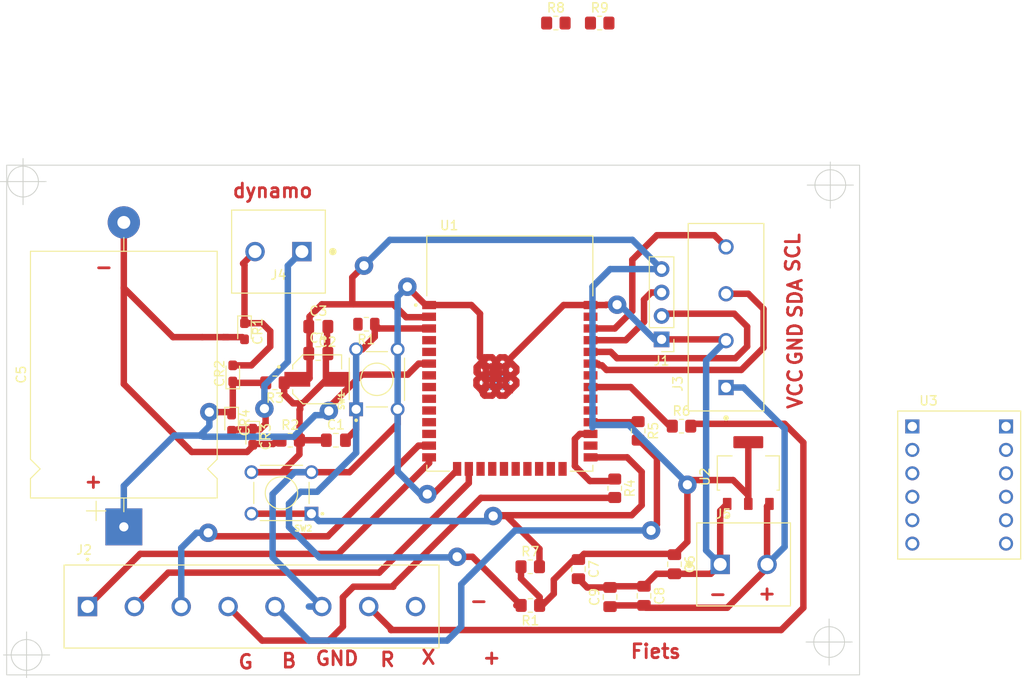
<source format=kicad_pcb>
(kicad_pcb (version 20211014) (generator pcbnew)
  (layers (0 "F.Cu" signal) (31 "B.Cu" signal) (34 "B.Paste" user) (35 "F.Paste" user) (36 "B.SilkS" user "B.Silkscreen") (37 "F.SilkS" user "F.Silkscreen") (38 "B.Mask" user) (39 "F.Mask" user) (44 "Edge.Cuts" user))
  (net 0 "")
  (net 1 "GND")
  (net 2 "Net-(C1-Pad2)")
  (net 3 "Net-(C5-Pad1)")
  (net 4 "Net-(C5-Pad2)")
  (net 5 "Net-(CR1-Pad1)")
  (net 6 "Net-(CR3-Pad1)")
  (net 7 "Net-(J1-Pad2)")
  (net 8 "Net-(J1-Pad3)")
  (net 9 "Net-(J2-Pad1)")
  (net 10 "Net-(J2-Pad2)")
  (net 11 "Net-(J2-Pad3)")
  (net 12 "Net-(J2-Pad4)")
  (net 13 "Net-(J2-Pad5)")
  (net 14 "Net-(J2-Pad7)")
  (net 16 "Net-(J3-Pad3)")
  (net 17 "Net-(J3-Pad4)")
  (net 18 "Net-(R1-Pad2)")
  (net 40 "+3V3")
  (net 41 "Net-(R7-Pad2)")
  (net 42 "Net-(R4-Pad1)")
  (net 43 "Net-(R5-Pad1)")
  (net 44 "Net-(R6-Pad1)")
  (net 45 "Net-(C2-Pad1)")
  (net 46 "Net-(C8-Pad2)")
  (net 48 "Net-(U1-Pad36)")
  (net 49 "Net-(U1-Pad33)")
  (footprint "Diode_SMD:D_0603_1608Metric_Pad1.05x0.95mm_HandSolder" (layer "F.Cu") (at 146.177 45.43425 -90)
    (fp_text reference "CR1")
    (fp_text value "1N4148W-TP")
  )
  (footprint "282837-4:TE_282837-4" (layer "F.Cu") (at 198.374 51.53025 90)
    (fp_text reference "J3")
    (fp_text value "282837-4")
  )
  (footprint "Resistor_SMD:R_0805_2012Metric_Pad1.20x1.40mm_HandSolder" (layer "F.Cu") (at 179.929 12.024)
    (fp_text reference "R8")
    (fp_text value "10k")
  )
  (footprint "Resistor_SMD:R_0805_2012Metric" (layer "F.Cu") (at 159.385 44.67225 180)
    (fp_text reference "R1")
    (fp_text value "10k")
  )
  (footprint "libraries:SOT229P700X180-4N" (layer "F.Cu") (at 200.787 60.80125 90)
    (fp_text reference "U2")
    (fp_text value "AMS1117")
  )
  (footprint "Resistor_SMD:R_0805_2012Metric_Pad1.20x1.40mm_HandSolder" (layer "F.Cu") (at 193.548 55.72125)
    (fp_text reference "R6")
    (fp_text value "82")
  )
  (footprint "Capacitor_SMD:C_0805_2012Metric_Pad1.18x1.45mm_HandSolder" (layer "F.Cu") (at 185.801 74.24175 90)
    (fp_text reference "C9")
    (fp_text value "4.7u")
  )
  (footprint "libraries:CAP_EEE0JA101WR" (layer "F.Cu") (at 154.051 50.64125)
    (fp_text reference "C2")
    (fp_text value "220u")
  )
  (footprint "Capacitor_THT:CP_Axial_L26.5mm_D20.0mm_P33.00mm_Horizontal" (layer "F.Cu") (at 133.096 66.63525 90)
    (fp_text reference "C5")
    (fp_text value "1000µ")
  )
  (footprint "libraries:TE_282841-2" (layer "F.Cu") (at 149.86 36.79825 180)
    (fp_text reference "J4")
    (fp_text value "282841-2")
  )
  (footprint "Diode_SMD:D_0603_1608Metric_Pad1.05x0.95mm_HandSolder" (layer "F.Cu") (at 144.78 55.34025 -90)
    (fp_text reference "CR4")
    (fp_text value "1N4148W-TP")
  )
  (footprint "BOB-12009:CONV_BOB-12009" (layer "F.Cu") (at 223.647 62.103)
    (fp_text reference "U3")
    (fp_text value "BOB-12009")
  )
  (footprint "Capacitor_SMD:C_0805_2012Metric_Pad1.18x1.45mm_HandSolder" (layer "F.Cu") (at 154.178 44.92625)
    (fp_text reference "C3")
    (fp_text value "22u")
  )
  (footprint "libraries:TE_282841-2" (layer "F.Cu") (at 200.279 70.70725)
    (fp_text reference "J5")
    (fp_text value "282841-2")
  )
  (footprint "Capacitor_SMD:C_0805_2012Metric_Pad1.18x1.45mm_HandSolder" (layer "F.Cu") (at 156.083 57.24525)
    (fp_text reference "C1")
    (fp_text value "1u")
  )
  (footprint "Capacitor_SMD:C_0805_2012Metric_Pad1.18x1.45mm_HandSolder" (layer "F.Cu") (at 182.372 71.21525 -90)
    (fp_text reference "C7")
    (fp_text value "4.7u")
  )
  (footprint "Capacitor_SMD:C_0805_2012Metric_Pad1.18x1.45mm_HandSolder" (layer "F.Cu") (at 189.484 74.11475 -90)
    (fp_text reference "C8")
    (fp_text value "0.1u")
  )
  (footprint "Resistor_SMD:R_0805_2012Metric_Pad1.20x1.40mm_HandSolder" (layer "F.Cu") (at 177.165 75.15225 180)
    (fp_text reference "R1")
    (fp_text value "10k")
  )
  (footprint "Resistor_SMD:R_0805_2012Metric_Pad1.20x1.40mm_HandSolder" (layer "F.Cu") (at 177.149 70.96125)
    (fp_text reference "R7")
    (fp_text value "10k")
  )
  (footprint "Capacitor_SMD:C_0805_2012Metric_Pad1.18x1.45mm_HandSolder" (layer "F.Cu") (at 154.178 47.84725)
    (fp_text reference "C4")
    (fp_text value "0.1u")
  )
  (footprint "Resistor_SMD:R_0805_2012Metric_Pad1.20x1.40mm_HandSolder" (layer "F.Cu") (at 188.849 56.22925 -90)
    (fp_text reference "R5")
    (fp_text value "82")
  )
  (footprint "Resistor_SMD:R_0805_2012Metric_Pad1.20x1.40mm_HandSolder" (layer "F.Cu") (at 149.479 51.02225 180)
    (fp_text reference "R3")
    (fp_text value "120")
  )
  (footprint "Diode_SMD:D_0603_1608Metric_Pad1.05x0.95mm_HandSolder" (layer "F.Cu") (at 147.066 56.86425 -90)
    (fp_text reference "CR3")
    (fp_text value "1N4148W-TP")
  )
  (footprint "libraries:SW_1825910-6-4" (layer "F.Cu") (at 150.183 62.96025 180)
    (fp_text reference "SW2")
    (fp_text value "BOOT")
  )
  (footprint "libraries:XCVR_ESP32-WROOM-32E_(16MB)" (layer "F.Cu") (at 174.9375 47.85125)
    (fp_text reference "U1")
    (fp_text value "ESP32-WROOM-32E_(16MB)")
  )
  (footprint "Resistor_SMD:R_0805_2012Metric_Pad1.20x1.40mm_HandSolder" (layer "F.Cu") (at 186.309 62.45225 -90)
    (fp_text reference "R4")
    (fp_text value "82")
  )
  (footprint "Resistor_SMD:R_0805_2012Metric_Pad1.20x1.40mm_HandSolder" (layer "F.Cu") (at 151.13 57.24525)
    (fp_text reference "R2")
    (fp_text value "560")
  )
  (footprint "Diode_SMD:D_0603_1608Metric_Pad1.05x0.95mm_HandSolder" (layer "F.Cu") (at 144.907 50.00625 90)
    (fp_text reference "CR2")
    (fp_text value "1N4148W-TP")
  )
  (footprint "Capacitor_SMD:C_0805_2012Metric_Pad1.18x1.45mm_HandSolder" (layer "F.Cu") (at 192.786 70.68575 -90)
    (fp_text reference "C6")
    (fp_text value "0.1u")
  )
  (footprint "Resistor_SMD:R_0805_2012Metric_Pad1.20x1.40mm_HandSolder" (layer "F.Cu") (at 184.679 12.024)
    (fp_text reference "R9")
    (fp_text value "10k")
  )
  (footprint "libraries:TE_282841-8" (layer "F.Cu") (at 146.939 75.27075)
    (fp_text reference "J2")
    (fp_text value "R pinnen RGB strips")
  )
  (footprint "Connector_PinHeader_2.54mm:PinHeader_1x04_P2.54mm_Vertical" (layer "F.Cu") (at 191.389 46.31325 180)
    (fp_text reference "J1")
    (fp_text value "Conn_01x04_Female")
  )
  (footprint "libraries:SW_1825910-6-4" (layer "F.Cu") (at 160.528 50.64125 90)
    (fp_text reference "SW1")
    (fp_text value "ENABLE")
  )
  (gr_rect (start 120.396 27.432) (end 212.852 82.677) (layer "Edge.Cuts") (width 0.1) (fill none))
  (gr_text "VCC" (at 205.867 51.65725 90) (layer "F.Cu") (effects (font (size 1.5 1.5) (thickness 0.3))))
  (gr_text "dynamo" (at 149.225 30.19425) (layer "F.Cu") (effects (font (size 1.5 1.5) (thickness 0.3))))
  (gr_text "GND" (at 156.21 80.899) (layer "F.Cu") (effects (font (size 1.5 1.5) (thickness 0.3))))
  (gr_text "B" (at 151.003 81.153) (layer "F.Cu") (effects (font (size 1.5 1.5) (thickness 0.3))))
  (gr_text "-\n" (at 130.937 38.44925) (layer "F.Cu") (effects (font (size 1.5 1.5) (thickness 0.3)) (justify mirror)))
  (gr_text "GND" (at 205.867 46.83125 90) (layer "F.Cu") (effects (font (size 1.5 1.5) (thickness 0.3))))
  (gr_text "Fiets" (at 190.754 80.137) (layer "F.Cu") (effects (font (size 1.5 1.5) (thickness 0.3))))
  (gr_text "R" (at 161.671 81.026) (layer "F.Cu") (effects (font (size 1.5 1.5) (thickness 0.3))))
  (gr_text "SCL" (at 205.613 36.92525 90) (layer "F.Cu") (effects (font (size 1.5 1.5) (thickness 0.3))))
  (gr_text "+" (at 129.794 61.69025) (layer "F.Cu") (effects (font (size 1.5 1.5) (thickness 0.3)) (justify mirror)))
  (gr_text "+\n\n" (at 202.819 75.02525) (layer "F.Cu") (effects (font (size 1.5 1.5) (thickness 0.3))))
  (gr_text "G" (at 146.304 81.28) (layer "F.Cu") (effects (font (size 1.5 1.5) (thickness 0.3))))
  (gr_text "SDA" (at 205.867 41.87825 90) (layer "F.Cu") (effects (font (size 1.5 1.5) (thickness 0.3))))
  (gr_text "X" (at 166.116 80.772) (layer "F.Cu") (effects (font (size 1.5 1.5) (thickness 0.3)) (justify mirror)))
  (gr_text "-\n" (at 171.577 74.64425) (layer "F.Cu") (effects (font (size 1.5 1.5) (thickness 0.3))))
  (gr_text "-\n" (at 197.485 73.88225) (layer "F.Cu") (effects (font (size 1.5 1.5) (thickness 0.3))))
  (gr_text "+" (at 172.974 80.772) (layer "F.Cu") (effects (font (size 1.5 1.5) (thickness 0.3))))
  (target plus (at 209.677 29.591) (size 5) (width 0.1) (layer "Edge.Cuts"))
  (target plus (at 122.174 29.21) (size 5) (width 0.1) (layer "Edge.Cuts"))
  (target plus (at 122.555 80.518) (size 5) (width 0.1) (layer "Edge.Cuts"))
  (target plus (at 209.55 79.121) (size 5) (width 0.1) (layer "Edge.Cuts"))
  (segment (start 185.371 42.59125) (end 183.6875 42.59125) (width 0.7) (layer "F.Cu") (net 1))
  (segment (start 171.748241 48.91125) (end 171.337989 49.321502) (width 0.7) (layer "F.Cu") (net 1))
  (segment (start 153.228 50.51425) (end 153.228 43.84425) (width 0.7) (layer "F.Cu") (net 1))
  (segment (start 175.126759 50.31125) (end 174.8375 50.31125) (width 0.7) (layer "F.Cu") (net 1))
  (segment (start 172.12252 49.24425) (end 173.101 49.24425) (width 0.7) (layer "F.Cu") (net 1))
  (segment (start 198.237 46.31325) (end 198.374 46.45025) (width 0.7) (layer "F.Cu") (net 1))
  (segment (start 166.1875 42.59125) (end 170.766 42.59125) (width 0.7) (layer "F.Cu") (net 1))
  (segment (start 153.101 50.64125) (end 153.228 50.51425) (width 0.7) (layer "F.Cu") (net 1))
  (segment (start 185.928 73.07725) (end 185.801 73.20425) (width 0.7) (layer "F.Cu") (net 1))
  (segment (start 142.367 54.19725) (end 144.512 54.19725) (width 0.7) (layer "F.Cu") (net 1))
  (segment (start 189.484 73.07725) (end 185.928 73.07725) (width 0.7) (layer "F.Cu") (net 1))
  (segment (start 163.83 40.60825) (end 165.813 42.59125) (width 0.7) (layer "F.Cu") (net 1))
  (segment (start 174.8375 48.692702) (end 174.406537 48.261739) (width 0.7) (layer "F.Cu") (net 1))
  (segment (start 157.988 42.51325) (end 162.306 42.51325) (width 0.7) (layer "F.Cu") (net 1))
  (segment (start 152.146 53.94325) (end 152.2095 53.87975) (width 0.7) (layer "F.Cu") (net 1))
  (segment (start 173.736 50.53301) (end 173.736 51.51149) (width 0.7) (layer "F.Cu") (net 1))
  (segment (start 174.8375 51.71125) (end 174.8375 52.000509) (width 0.7) (layer "F.Cu") (net 1))
  (segment (start 176.149 72.229848) (end 178.165 74.245848) (width 0.7) (layer "F.Cu") (net 1))
  (segment (start 172.0375 52.24475) (end 172.0375 51.71125) (width 0.7) (layer "F.Cu") (net 1))
  (segment (start 172.339 49.13601) (end 172.339 50.11449) (width 0.7) (layer "F.Cu") (net 1))
  (segment (start 192.786 71.72325) (end 190.838 71.72325) (width 0.7) (layer "F.Cu") (net 1))
  (segment (start 173.101 49.26301) (end 173.101 50.24149) (width 0.7) (layer "F.Cu") (net 1))
  (segment (start 171.748241 50.31125) (end 172.0375 50.31125) (width 0.7) (layer "F.Cu") (net 1))
  (segment (start 163.866478 50.13325) (end 165.058478 48.94125) (width 0.7) (layer "F.Cu") (net 1))
  (segment (start 162.306 42.51325) (end 163.703 43.91025) (width 0.7) (layer "F.Cu") (net 1))
  (segment (start 145.048 51.02225) (end 144.907 50.88125) (width 0.7) (layer "F.Cu") (net 1))
  (segment (start 150.479 51.02225) (end 150.479 52.27625) (width 0.7) (layer "F.Cu") (net 1))
  (segment (start 158.877 50.13325) (end 163.866478 50.13325) (width 0.7) (layer "F.Cu") (net 1))
  (segment (start 144.907 54.33825) (end 144.78 54.46525) (width 0.7) (layer "F.Cu") (net 1))
  (segment (start 148.479 51.02225) (end 145.048 51.02225) (width 0.7) (layer "F.Cu") (net 1))
  (segment (start 186.80798 42.553377) (end 185.408873 42.553377) (width 0.7) (layer "F.Cu") (net 1))
  (segment (start 172.178511 48.261739) (end 172.0375 48.40275) (width 0.7) (layer "F.Cu") (net 1))
  (segment (start 192.786 69.64825) (end 192.702 69.56425) (width 0.7) (layer "F.Cu") (net 1))
  (segment (start 171.748241 50.31125) (end 171.323 50.736491) (width 0.7) (layer "F.Cu") (net 1))
  (segment (start 173.62776 50.64125) (end 174.60624 50.64125) (width 0.7) (layer "F.Cu") (net 1))
  (segment (start 173.4375 48.692702) (end 173.006537 48.261739) (width 0.7) (layer "F.Cu") (net 1))
  (segment (start 173.101 50.53301) (end 173.101 51.51149) (width 0.7) (layer "F.Cu") (net 1))
  (segment (start 182.372 70.17775) (end 181.8855 70.17775) (width 0.7) (layer "F.Cu") (net 1))
  (segment (start 163.703 43.91025) (end 166.1385 43.91025) (width 0.7) (layer "F.Cu") (net 1))
  (segment (start 171.337989 49.321502) (end 171.337989 49.900998) (width 0.7) (layer "F.Cu") (net 1))
  (segment (start 175.641 49.425491) (end 175.126759 48.91125) (width 0.7) (layer "F.Cu") (net 1))
  (segment (start 152.485 53.24475) (end 155.0885 50.64125) (width 0.7) (layer "F.Cu") (net 1))
  (segment (start 172.0375 48.91125) (end 171.889662 48.91125) (width 0.7) (layer "F.Cu") (net 1))
  (segment (start 173.736 49.13601) (end 173.736 50.11449) (width 0.7) (layer "F.Cu") (net 1))
  (segment (start 173.62776 49.24425) (end 174.60624 49.24425) (width 0.7) (layer "F.Cu") (net 1))
  (segment (start 155.128 47.84725) (end 155.128 44.92625) (width 0.7) (layer "F.Cu") (net 1))
  (segment (start 175.641 50.825491) (end 175.126759 50.31125) (width 0.7) (layer "F.Cu") (net 1))
  (segment (start 185.408873 42.553377) (end 185.371 42.59125) (width 0.7) (layer "F.Cu") (net 1))
  (segment (start 155.001 50.64125) (end 155.001 47.97425) (width 0.7) (layer "F.Cu") (net 1))
  (segment (start 183.3235 73.20425) (end 182.372 72.25275) (width 0.7) (layer "F.Cu") (net 1))
  (segment (start 152.2095 53.24475) (end 152.485 53.24475) (width 0.7) (layer "F.Cu") (net 1))
  (segment (start 190.838 71.72325) (end 189.484 73.07725) (width 0.7) (layer "F.Cu") (net 1))
  (segment (start 174.8375 51.71125) (end 175.126759 51.71125) (width 0.7) (layer "F.Cu") (net 1))
  (segment (start 174.406537 48.261739) (end 173.868463 48.261739) (width 0.7) (layer "F.Cu") (net 1))
  (segment (start 165.058478 48.94125) (end 166.1875 48.94125) (width 0.7) (layer "F.Cu") (net 1))
  (segment (start 173.006537 48.261739) (end 172.178511 48.261739) (width 0.7) (layer "F.Cu") (net 1))
  (segment (start 171.704 43.52925) (end 171.704 48.22825) (width 0.7) (layer "F.Cu") (net 1))
  (segment (start 197.739 70.70725) (end 196.723 71.72325) (width 0.7) (layer "F.Cu") (net 1))
  (segment (start 199.136 61.56325) (end 194.691 61.56325) (width 0.7) (layer "F.Cu") (net 1))
  (segment (start 173.027248 52.410761) (end 172.203511 52.410761) (width 0.7) (layer "F.Cu") (net 1))
  (segment (start 173.4375 51.71125) (end 173.4375 52.000509) (width 0.7) (layer "F.Cu") (net 1))
  (segment (start 155.001 47.97425) (end 155.128 47.84725) (width 0.7) (layer "F.Cu") (net 1))
  (segment (start 174.498 50.53301) (end 174.498 51.51149) (width 0.7) (layer "F.Cu") (net 1))
  (segment (start 172.23076 51.40325) (end 173.20924 51.40325) (width 0.7) (layer "F.Cu") (net 1))
  (segment (start 162.778 55.48425) (end 162.778 53.89125) (width 0.7) (layer "F.Cu") (net 1))
  (segment (start 175.641 49.797009) (end 175.641 49.425491) (width 0.7) (layer "F.Cu") (net 1))
  (segment (start 171.437989 49.859577) (end 171.889662 50.31125) (width 0.7) (layer "F.Cu") (net 1))
  (segment (start 175.126759 51.71125) (end 175.641 51.197009) (width 0.7) (layer "F.Cu") (net 1))
  (segment (start 172.23076 50.64125) (end 173.20924 50.64125) (width 0.7) (layer "F.Cu") (net 1))
  (segment (start 157.552 60.71025) (end 162.778 55.48425) (width 0.7) (layer "F.Cu") (net 1))
  (segment (start 144.907 50.88125) (end 144.907 54.33825) (width 0.7) (layer "F.Cu") (net 1))
  (segment (start 166.624 63.08725) (end 169.2225 60.48875) (width 0.7) (layer "F.Cu") (net 1))
  (segment (start 179.705 72.35825) (end 179.705 73.88225) (width 0.7) (layer "F.Cu") (net 1))
  (segment (start 172.0375 48.40275) (end 172.0375 48.91125) (width 0.7) (layer "F.Cu") (net 1))
  (segment (start 150.205 60.71025) (end 147.61 60.71025) (width 0.7) (layer "F.Cu") (net 1))
  (segment (start 194.183 68.25125) (end 192.786 69.64825) (width 0.7) (layer "F.Cu") (net 1))
  (segment (start 153.228 43.84425) (end 154.559 42.51325) (width 0.7) (layer "F.Cu") (net 1))
  (segment (start 169.2225 60.48875) (end 169.2225 60.35125) (width 0.7) (layer "F.Cu") (net 1))
  (segment (start 180.77 42.59125) (end 174.879 48.48225) (width 0.7) (layer "F.Cu") (net 1))
  (segment (start 165.813 42.59125) (end 166.1875 42.59125) (width 0.7) (layer "F.Cu") (net 1))
  (segment (start 176.149 70.96125) (end 176.149 72.229848) (width 0.7) (layer "F.Cu") (net 1))
  (segment (start 166.1385 43.91025) (end 166.1875 43.86125) (width 0.7) (layer "F.Cu") (net 1))
  (segment (start 171.748241 51.71125) (end 172.0375 51.71125) (width 0.7) (layer "F.Cu") (net 1))
  (segment (start 153.433 60.71025) (end 157.552 60.71025) (width 0.7) (layer "F.Cu") (net 1))
  (segment (start 171.437989 49.292213) (end 172.468463 48.261739) (width 0.7) (layer "F.Cu") (net 1))
  (segment (start 173.868463 48.261739) (end 173.482 48.648202) (width 0.7) (layer "F.Cu") (net 1))
  (segment (start 174.498 49.13601) (end 174.498 50.11449) (width 0.7) (layer "F.Cu") (net 1))
  (segment (start 173.4375 52.000509) (end 173.027248 52.410761) (width 0.7) (layer "F.Cu") (net 1))
  (segment (start 175.126759 50.31125) (end 175.641 49.797009) (width 0.7) (layer "F.Cu") (net 1))
  (segment (start 157.861 39.59225) (end 157.861 42.38625) (width 0.7) (layer "F.Cu") (net 1))
  (segment (start 151.4475 53.24475) (end 152.2095 53.24475) (width 0.7) (layer "F.Cu") (net 1))
  (segment (start 173.482 48.648202) (end 173.482 48.911739) (width 0.7) (layer "F.Cu") (net 1))
  (segment (start 154.559 42.51325) (end 157.988 42.51325) (width 0.7) (layer "F.Cu") (net 1))
  (segment (start 191.389 46.31325) (end 198.237 46.31325) (width 0.7) (layer "F.Cu") (net 1))
  (segment (start 171.323 50.736491) (end 171.323 51.286009) (width 0.7) (layer "F.Cu") (net 1))
  (segment (start 152.13 57.24525) (end 152.13 58.78525) (width 0.7) (layer "F.Cu") (net 1))
  (segment (start 171.889662 50.31125) (end 172.0375 50.31125) (width 0.7) (layer "F.Cu") (net 1))
  (segment (start 173.62776 51.40325) (end 174.60624 51.40325) (width 0.7) (layer "F.Cu") (net 1))
  (segment (start 196.723 71.72325) (end 192.786 71.72325) (width 0.7) (layer "F.Cu") (net 1))
  (segment (start 171.704 48.22825) (end 171.958 48.48225) (width 0.7) (layer "F.Cu") (net 1))
  (segment (start 152.146 57.22925) (end 152.146 53.94325) (width 0.7) (layer "F.Cu") (net 1))
  (segment (start 194.183 62.07125) (end 194.183 68.25125) (width 0.7) (layer "F.Cu") (net 1))
  (segment (start 152.13 57.24525) (end 152.146 57.22925) (width 0.7) (layer "F.Cu") (net 1))
  (segment (start 178.435 75.15225) (end 178.165 75.15225) (width 0.7) (layer "F.Cu") (net 1))
  (segment (start 171.889662 48.91125) (end 171.437989 49.362923) (width 0.7) (layer "F.Cu") (net 1))
  (segment (start 171.437989 49.859577) (end 171.437989 49.292213) (width 0.7) (layer "F.Cu") (net 1))
  (segment (start 174.427248 52.410761) (end 173.847752 52.410761) (width 0.7) (layer "F.Cu") (net 1))
  (segment (start 153.433 60.71025) (end 147.61 60.71025) (width 0.7) (layer "F.Cu") (net 1))
  (segment (start 165.989 63.08725) (end 166.624 63.08725) (width 0.7) (layer "F.Cu") (net 1))
  (segment (start 185.801 73.20425) (end 183.3235 73.20425) (width 0.7) (layer "F.Cu") (net 1))
  (segment (start 173.62776 50.00625) (end 174.60624 50.00625) (width 0.7) (layer "F.Cu") (net 1))
  (segment (start 171.437989 49.362923) (end 171.437989 49.859577) (width 0.7) (layer "F.Cu") (net 1))
  (segment (start 157.861 42.38625) (end 157.988 42.51325) (width 0.7) (layer "F.Cu") (net 1))
  (segment (start 198.497 64.14625) (end 197.739 64.90425) (width 0.7) (layer "F.Cu") (net 1))
  (segment (start 151.7885 57.080152) (end 151.7885 56.99125) (width 0.7) (layer "F.Cu") (net 1))
  (segment (start 152.2095 53.87975) (end 152.2095 53.24475) (width 0.7) (layer "F.Cu") (net 1))
  (segment (start 152.13 58.78525) (end 150.205 60.71025) (width 0.7) (layer "F.Cu") (net 1))
  (segment (start 174.8375 48.91125) (end 174.8375 48.692702) (width 0.7) (layer "F.Cu") (net 1))
  (segment (start 171.323 51.286009) (end 171.748241 51.71125) (width 0.7) (layer "F.Cu") (net 1))
  (segment (start 181.8855 70.17775) (end 179.705 72.35825) (width 0.7) (layer "F.Cu") (net 1))
  (segment (start 174.8375 52.000509) (end 174.427248 52.410761) (width 0.7) (layer "F.Cu") (net 1))
  (segment (start 175.641 51.197009) (end 175.641 50.825491) (width 0.7) (layer "F.Cu") (net 1))
  (segment (start 200.787 64.14625) (end 200.787 63.21425) (width 0.7) (layer "F.Cu") (net 1))
  (segment (start 152.13 57.24525) (end 155.0455 57.24525) (width 0.7) (layer "F.Cu") (net 1))
  (segment (start 194.691 61.56325) (end 194.183 62.07125) (width 0.7) (layer "F.Cu") (net 1))
  (segment (start 182.9855 69.56425) (end 182.372 70.17775) (width 0.7) (layer "F.Cu") (net 1))
  (segment (start 170.766 42.59125) (end 171.704 43.52925) (width 0.7) (layer "F.Cu") (net 1))
  (segment (start 200.787 63.21425) (end 199.136 61.56325) (width 0.7) (layer "F.Cu") (net 1))
  (segment (start 178.165 74.245848) (end 178.165 75.15225) (width 0.7) (layer "F.Cu") (net 1))
  (segment (start 171.337989 49.900998) (end 171.748241 50.31125) (width 0.7) (layer "F.Cu") (net 1))
  (segment (start 151.4475 53.24475) (end 150.479 52.27625) (width 0.7) (layer "F.Cu") (net 1))
  (segment (start 159.131 38.32225) (end 157.861 39.59225) (width 0.7) (layer "F.Cu") (net 1))
  (segment (start 172.23076 50.00625) (end 173.20924 50.00625) (width 0.7) (layer "F.Cu") (net 1))
  (segment (start 183.6875 42.59125) (end 180.77 42.59125) (width 0.7) (layer "F.Cu") (net 1))
  (segment (start 175.126759 48.91125) (end 174.8375 48.91125) (width 0.7) (layer "F.Cu") (net 1))
  (segment (start 173.847752 52.410761) (end 173.4375 52.000509) (width 0.7) (layer "F.Cu") (net 1))
  (segment (start 144.512 54.19725) (end 144.78 54.46525) (width 0.7) (layer "F.Cu") (net 1))
  (segment (start 179.705 73.88225) (end 178.435 75.15225) (width 0.7) (layer "F.Cu") (net 1))
  (segment (start 172.339 50.66001) (end 172.339 51.63849) (width 0.7) (layer "F.Cu") (net 1))
  (segment (start 197.739 64.90425) (end 197.739 70.70725) (width 0.7) (layer "F.Cu") (net 1))
  (segment (start 172.468463 48.261739) (end 173.006537 48.261739) (width 0.7) (layer "F.Cu") (net 1))
  (segment (start 172.0375 48.91125) (end 171.748241 48.91125) (width 0.7) (layer "F.Cu") (net 1))
  (segment (start 192.702 69.56425) (end 182.9855 69.56425) (width 0.7) (layer "F.Cu") (net 1))
  (segment (start 200.787 57.45625) (end 200.787 64.14625) (width 0.7) (layer "F.Cu") (net 1))
  (segment (start 154.94 54.07025) (end 158.877 50.13325) (width 0.7) (layer "F.Cu") (net 1))
  (segment (start 172.203511 52.410761) (end 172.0375 52.24475) (width 0.7) (layer "F.Cu") (net 1))
  (segment (start 147.61 60.71025) (end 146.933 60.71025) (width 0.7) (layer "F.Cu") (net 1))
  (via (at 159.131 38.32225) (size 2) (drill 1) (layers "F.Cu" "B.Cu") (net 1))
  (via (at 163.83 40.60825) (size 2) (drill 1) (layers "F.Cu" "B.Cu") (net 1))
  (via (at 142.367 54.19725) (size 2) (drill 1) (layers "F.Cu" "B.Cu") (net 1))
  (via (at 165.989 63.08725) (size 2) (drill 1) (layers "F.Cu" "B.Cu") (net 1))
  (via (at 186.563 42.553377) (size 2) (drill 1) (layers "F.Cu" "B.Cu") (net 1))
  (via (at 194.183 62.07125) (size 2) (drill 1) (layers "F.Cu" "B.Cu") (net 1))
  (via (at 155.321 54.07025) (size 2) (drill 1) (layers "F.Cu" "B.Cu") (net 1))
  (segment (start 141.605 56.73725) (end 141.351 56.73725) (width 0.7) (layer "B.Cu") (net 1))
  (segment (start 194.183 61.94425) (end 194.183 62.07125) (width 0.7) (layer "B.Cu") (net 1))
  (segment (start 149.225 63.08725) (end 149.225 69.93675) (width 0.7) (layer "B.Cu") (net 1))
  (segment (start 153.8485 54.52675) (end 151.511 56.86425) (width 0.7) (layer "B.Cu") (net 1))
  (segment (start 196.215 69.18325) (end 197.739 70.70725) (width 0.7) (layer "B.Cu") (net 1))
  (segment (start 185.811 38.69325) (end 183.896 40.60825) (width 0.7) (layer "B.Cu") (net 1))
  (segment (start 183.896 40.60825) (end 183.896 51.65725) (width 0.7) (layer "B.Cu") (net 1))
  (segment (start 183.896 55.59425) (end 183.896 51.65725) (width 0.7) (layer "B.Cu") (net 1))
  (segment (start 154.94 54.52675) (end 153.8485 54.52675) (width 0.7) (layer "B.Cu") (net 1))
  (segment (start 165.989 63.08725) (end 165.227 63.08725) (width 0.7) (layer "B.Cu") (net 1))
  (segment (start 198.374 46.45025) (end 196.215 48.60925) (width 0.7) (layer "B.Cu") (net 1))
  (segment (start 149.225 69.93675) (end 154.559 75.27075) (width 0.7) (layer "B.Cu") (net 1))
  (segment (start 138.557 56.73725) (end 133.096 62.19825) (width 0.7) (layer "B.Cu") (net 1))
  (segment (start 183.896 51.65725) (end 183.769 51.53025) (width 0.7) (layer "B.Cu") (net 1))
  (segment (start 154.781511 75.048239) (end 154.559 75.27075) (width 0.7) (layer "B.Cu") (net 1))
  (segment (start 162.778 47.39125) (end 162.778 53.89125) (width 0.7) (layer "B.Cu") (net 1))
  (segment (start 165.227 63.08725) (end 162.778 60.63825) (width 0.7) (layer "B.Cu") (net 1))
  (segment (start 190.617 46.31325) (end 191.389 46.31325) (width 0.7) (layer "B.Cu") (net 1))
  (segment (start 133.096 62.19825) (end 133.096 66.63525) (width 0.7) (layer "B.Cu") (net 1))
  (segment (start 191.389 38.69325) (end 185.811 38.69325) (width 0.7) (layer "B.Cu") (net 1))
  (segment (start 151.511 56.86425) (end 141.732 56.86425) (width 0.7) (layer "B.Cu") (net 1))
  (segment (start 187.833 55.59425) (end 193.929 61.69025) (width 0.7) (layer "B.Cu") (net 1))
  (segment (start 196.215 48.60925) (end 196.215 69.18325) (width 0.7) (layer "B.Cu") (net 1))
  (segment (start 141.732 56.86425) (end 141.605 56.73725) (width 0.7) (layer "B.Cu") (net 1))
  (segment (start 153.433 60.71025) (end 151.602 60.71025) (width 0.7) (layer "B.Cu") (net 1))
  (segment (start 142.367 55.72125) (end 141.351 56.73725) (width 0.7) (layer "B.Cu") (net 1))
  (segment (start 183.896 55.84825) (end 183.896 55.59425) (width 0.7) (layer "B.Cu") (net 1))
  (segment (start 154.559 75.27075) (end 153.1535 75.27075) (width 0.7) (layer "B.Cu") (net 1))
  (segment (start 186.857127 42.553377) (end 190.617 46.31325) (width 0.7) (layer "B.Cu") (net 1))
  (segment (start 188.224 35.52825) (end 161.925 35.52825) (width 0.7) (layer "B.Cu") (net 1))
  (segment (start 159.131 38.32225) (end 159.258 38.44925) (width 0.7) (layer "B.Cu") (net 1))
  (segment (start 151.602 60.71025) (end 149.225 63.08725) (width 0.7) (layer "B.Cu") (net 1))
  (segment (start 186.80798 42.553377) (end 186.857127 42.553377) (width 0.7) (layer "B.Cu") (net 1))
  (segment (start 141.605 56.73725) (end 138.557 56.73725) (width 0.7) (layer "B.Cu") (net 1))
  (segment (start 159.512 37.94125) (end 159.131 38.32225) (width 0.7) (layer "B.Cu") (net 1))
  (segment (start 183.896 55.59425) (end 187.833 55.59425) (width 0.7) (layer "B.Cu") (net 1))
  (segment (start 193.929 61.69025) (end 194.183 61.94425) (width 0.7) (layer "B.Cu") (net 1))
  (segment (start 162.778 60.63825) (end 162.778 53.89125) (width 0.7) (layer "B.Cu") (net 1))
  (segment (start 162.778 41.66025) (end 162.778 47.39125) (width 0.7) (layer "B.Cu") (net 1))
  (segment (start 163.83 40.60825) (end 162.778 41.66025) (width 0.7) (layer "B.Cu") (net 1))
  (segment (start 191.389 38.69325) (end 188.224 35.52825) (width 0.7) (layer "B.Cu") (net 1))
  (segment (start 161.925 35.52825) (end 159.131 38.32225) (width 0.7) (layer "B.Cu") (net 1))
  (segment (start 142.367 54.19725) (end 142.367 55.72125) (width 0.7) (layer "B.Cu") (net 1))
  (segment (start 160.2975 44.67225) (end 160.7565 45.13125) (width 0.7) (layer "F.Cu") (net 2))
  (segment (start 160.7565 45.13125) (end 166.1875 45.13125) (width 0.7) (layer "F.Cu") (net 2))
  (segment (start 158.278 54.60325) (end 158.278 53.89125) (width 0.7) (layer "F.Cu") (net 2))
  (segment (start 158.278 53.89125) (end 158.278 56.08775) (width 0.7) (layer "F.Cu") (net 2))
  (segment (start 175.641 75.15225) (end 176.165 75.15225) (width 0.7) (layer "F.Cu") (net 2))
  (segment (start 160.2975 44.67225) (end 160.2975 46.04575) (width 0.7) (layer "F.Cu") (net 2))
  (segment (start 176.165 75.15225) (end 170.8945 69.88175) (width 0.7) (layer "F.Cu") (net 2))
  (segment (start 170.8945 69.88175) (end 169.2275 69.88175) (width 0.7) (layer "F.Cu") (net 2))
  (segment (start 160.2975 46.04575) (end 158.952 47.39125) (width 0.7) (layer "F.Cu") (net 2))
  (segment (start 158.952 47.39125) (end 158.278 47.39125) (width 0.7) (layer "F.Cu") (net 2))
  (segment (start 158.4725 47.19675) (end 158.278 47.39125) (width 0.7) (layer "F.Cu") (net 2))
  (segment (start 158.278 56.08775) (end 157.1205 57.24525) (width 0.7) (layer "F.Cu") (net 2))
  (via (at 169.2275 69.88175) (size 2) (drill 1) (layers "F.Cu" "B.Cu") (net 2))
  (segment (start 154.051 62.83325) (end 158.278 58.60625) (width 0.7) (layer "B.Cu") (net 2))
  (segment (start 151.003 66.64325) (end 151.003 64.10325) (width 0.7) (layer "B.Cu") (net 2))
  (segment (start 151.003 64.10325) (end 152.273 62.83325) (width 0.7) (layer "B.Cu") (net 2))
  (segment (start 158.278 47.39125) (end 158.278 53.89125) (width 0.7) (layer "B.Cu") (net 2))
  (segment (start 154.305 69.94525) (end 151.003 66.64325) (width 0.7) (layer "B.Cu") (net 2))
  (segment (start 152.273 62.83325) (end 154.051 62.83325) (width 0.7) (layer "B.Cu") (net 2))
  (segment (start 169.291 69.81825) (end 169.2275 69.88175) (width 0.7) (layer "B.Cu") (net 2))
  (segment (start 169.164 69.94525) (end 154.305 69.94525) (width 0.7) (layer "B.Cu") (net 2))
  (segment (start 169.2275 69.88175) (end 169.164 69.94525) (width 0.7) (layer "B.Cu") (net 2))
  (segment (start 158.278 58.60625) (end 158.278 53.89125) (width 0.7) (layer "B.Cu") (net 2))
  (segment (start 144.399 46.06925) (end 143.891 46.06925) (width 0.7) (layer "F.Cu") (net 4))
  (segment (start 143.891 46.06925) (end 141.605 46.06925) (width 0.7) (layer "F.Cu") (net 4))
  (segment (start 140.462 58.51525) (end 140.081 58.13425) (width 0.7) (layer "F.Cu") (net 4))
  (segment (start 133.096 51.14925) (end 140.081 58.13425) (width 0.7) (layer "F.Cu") (net 4))
  (segment (start 143.891 46.06925) (end 145.937 46.06925) (width 0.7) (layer "F.Cu") (net 4))
  (segment (start 140.081 58.13425) (end 137.922 55.97525) (width 0.7) (layer "F.Cu") (net 4))
  (segment (start 138.43 46.06925) (end 133.096 40.73525) (width 0.7) (layer "F.Cu") (net 4))
  (segment (start 133.096 40.73525) (end 133.096 33.63525) (width 0.7) (layer "F.Cu") (net 4))
  (segment (start 146.4565 58.51525) (end 140.462 58.51525) (width 0.7) (layer "F.Cu") (net 4))
  (segment (start 145.937 46.06925) (end 146.177 46.30925) (width 0.7) (layer "F.Cu") (net 4))
  (segment (start 149.9635 56.99125) (end 149.303 57.65175) (width 0.7) (layer "F.Cu") (net 4))
  (segment (start 147.32 57.65175) (end 146.4565 58.51525) (width 0.7) (layer "F.Cu") (net 4))
  (segment (start 141.605 46.06925) (end 138.43 46.06925) (width 0.7) (layer "F.Cu") (net 4))
  (segment (start 149.303 57.65175) (end 147.32 57.65175) (width 0.7) (layer "F.Cu") (net 4))
  (segment (start 133.096 40.73525) (end 133.096 51.14925) (width 0.7) (layer "F.Cu") (net 4))
  (segment (start 148.971 45.43425) (end 148.096 44.55925) (width 0.7) (layer "F.Cu") (net 5))
  (segment (start 146.925 49.13125) (end 148.971 47.08525) (width 0.7) (layer "F.Cu") (net 5))
  (segment (start 146.177 38.24625) (end 146.0245 38.09375) (width 0.7) (layer "F.Cu") (net 5))
  (segment (start 148.971 47.08525) (end 148.971 45.43425) (width 0.7) (layer "F.Cu") (net 5))
  (segment (start 148.096 44.55925) (end 146.177 44.55925) (width 0.7) (layer "F.Cu") (net 5))
  (segment (start 144.907 49.13125) (end 146.925 49.13125) (width 0.7) (layer "F.Cu") (net 5))
  (segment (start 146.0245 38.09375) (end 147.32 36.79825) (width 0.7) (layer "F.Cu") (net 5))
  (segment (start 146.177 44.55925) (end 146.177 38.24625) (width 0.7) (layer "F.Cu") (net 5))
  (segment (start 147.8535 56.07675) (end 147.32 56.07675) (width 0.7) (layer "F.Cu") (net 6))
  (segment (start 148.336 53.81625) (end 148.463 53.94325) (width 0.7) (layer "F.Cu") (net 6))
  (segment (start 145.446708 56.07675) (end 145.395708 56.12775) (width 0.7) (layer "F.Cu") (net 6))
  (segment (start 147.32 56.07675) (end 145.446708 56.07675) (width 0.7) (layer "F.Cu") (net 6))
  (segment (start 148.463 55.46725) (end 147.8535 56.07675) (width 0.7) (layer "F.Cu") (net 6))
  (segment (start 145.395708 56.12775) (end 144.78 56.12775) (width 0.7) (layer "F.Cu") (net 6))
  (segment (start 148.463 53.94325) (end 148.463 55.46725) (width 0.7) (layer "F.Cu") (net 6))
  (via (at 148.336 53.81625) (size 2) (drill 1) (layers "F.Cu" "B.Cu") (net 6))
  (segment (start 148.336 51.27625) (end 150.876 48.73625) (width 0.7) (layer "B.Cu") (net 6))
  (segment (start 150.876 38.32225) (end 152.4 36.79825) (width 0.7) (layer "B.Cu") (net 6))
  (segment (start 148.336 53.81625) (end 148.336 51.27625) (width 0.7) (layer "B.Cu") (net 6))
  (segment (start 150.876 48.73625) (end 150.876 38.32225) (width 0.7) (layer "B.Cu") (net 6))
  (segment (start 183.6875 47.67125) (end 185.879 47.67125) (width 0.7) (layer "F.Cu") (net 7))
  (segment (start 199.39 48.35525) (end 200.66 47.08525) (width 0.7) (layer "F.Cu") (net 7))
  (segment (start 199.263 43.52925) (end 191.633 43.52925) (width 0.7) (layer "F.Cu") (net 7))
  (segment (start 191.633 43.52925) (end 191.389 43.77325) (width 0.7) (layer "F.Cu") (net 7))
  (segment (start 200.66 47.08525) (end 200.66 44.92625) (width 0.7) (layer "F.Cu") (net 7))
  (segment (start 200.66 44.92625) (end 199.263 43.52925) (width 0.7) (layer "F.Cu") (net 7))
  (segment (start 185.879 47.67125) (end 186.563 48.35525) (width 0.7) (layer "F.Cu") (net 7))
  (segment (start 186.563 48.35525) (end 199.39 48.35525) (width 0.7) (layer "F.Cu") (net 7))
  (segment (start 189.484 44.41825) (end 189.484 42.00525) (width 0.7) (layer "F.Cu") (net 8))
  (segment (start 189.484 44.41825) (end 187.501 46.40125) (width 0.7) (layer "F.Cu") (net 8))
  (segment (start 190.256 41.23325) (end 191.389 41.23325) (width 0.7) (layer "F.Cu") (net 8))
  (segment (start 191.389 41.23325) (end 191.272 41.11625) (width 0.7) (layer "F.Cu") (net 8))
  (segment (start 187.501 46.40125) (end 183.6875 46.40125) (width 0.7) (layer "F.Cu") (net 8))
  (segment (start 189.484 42.00525) (end 190.256 41.23325) (width 0.7) (layer "F.Cu") (net 8))
  (segment (start 166.1875 59.71375) (end 156.337 69.56425) (width 0.7) (layer "F.Cu") (net 9))
  (segment (start 156.337 69.56425) (end 134.8655 69.56425) (width 0.7) (layer "F.Cu") (net 9))
  (segment (start 134.8655 69.56425) (end 129.159 75.27075) (width 0.7) (layer "F.Cu") (net 9))
  (segment (start 166.1875 59.10125) (end 166.1875 59.71375) (width 0.7) (layer "F.Cu") (net 9))
  (segment (start 137.9135 71.59625) (end 160.782 71.59625) (width 0.7) (layer "F.Cu") (net 10))
  (segment (start 160.782 71.59625) (end 170.4925 61.88575) (width 0.7) (layer "F.Cu") (net 10))
  (segment (start 170.4925 61.88575) (end 170.4925 60.35125) (width 0.7) (layer "F.Cu") (net 10))
  (segment (start 134.239 75.27075) (end 137.9135 71.59625) (width 0.7) (layer "F.Cu") (net 10))
  (segment (start 155.2095 67.65925) (end 165.0375 57.83125) (width 0.7) (layer "F.Cu") (net 11))
  (segment (start 165.0375 57.83125) (end 166.1875 57.83125) (width 0.7) (layer "F.Cu") (net 11))
  (segment (start 142.24 67.27825) (end 142.621 67.65925) (width 0.7) (layer "F.Cu") (net 11))
  (segment (start 142.621 67.65925) (end 155.2095 67.65925) (width 0.7) (layer "F.Cu") (net 11))
  (via (at 142.24 67.27825) (size 2) (drill 1) (layers "F.Cu" "B.Cu") (net 11))
  (segment (start 142.24 67.27825) (end 140.97 67.27825) (width 0.7) (layer "B.Cu") (net 11))
  (segment (start 139.319 68.92925) (end 139.319 75.27075) (width 0.7) (layer "B.Cu") (net 11))
  (segment (start 140.97 67.27825) (end 139.319 68.92925) (width 0.7) (layer "B.Cu") (net 11))
  (segment (start 162.306 72.99325) (end 162.306 73.12025) (width 0.7) (layer "F.Cu") (net 12))
  (segment (start 156.845 77.43825) (end 155.321 78.96225) (width 0.7) (layer "F.Cu") (net 12))
  (segment (start 162.306 73.12025) (end 157.988 73.12025) (width 0.7) (layer "F.Cu") (net 12))
  (segment (start 186.182 63.49175) (end 171.8075 63.49175) (width 0.7) (layer "F.Cu") (net 12))
  (segment (start 155.321 78.96225) (end 148.0905 78.96225) (width 0.7) (layer "F.Cu") (net 12))
  (segment (start 186.309 63.36475) (end 186.182 63.49175) (width 0.7) (layer "F.Cu") (net 12))
  (segment (start 157.988 73.12025) (end 156.845 74.26325) (width 0.7) (layer "F.Cu") (net 12))
  (segment (start 148.0905 78.96225) (end 144.399 75.27075) (width 0.7) (layer "F.Cu") (net 12))
  (segment (start 171.8075 63.49175) (end 162.306 72.99325) (width 0.7) (layer "F.Cu") (net 12))
  (segment (start 156.845 74.26325) (end 156.845 77.43825) (width 0.7) (layer "F.Cu") (net 12))
  (segment (start 188.849 57.14175) (end 190.881 59.17375) (width 0.7) (layer "F.Cu") (net 13))
  (segment (start 190.881 66.38925) (end 190.246 67.02425) (width 0.7) (layer "F.Cu") (net 13))
  (segment (start 190.881 59.17375) (end 190.881 66.38925) (width 0.7) (layer "F.Cu") (net 13))
  (segment (start 190.246 67.02425) (end 190.246 67.27825) (width 0.7) (layer "F.Cu") (net 13))
  (via (at 190.246 67.02425) (size 2) (drill 1) (layers "F.Cu" "B.Cu") (net 13))
  (segment (start 175.514 67.02425) (end 170.4975 72.04075) (width 0.7) (layer "B.Cu") (net 13))
  (segment (start 169.672 72.86625) (end 169.672 77.43825) (width 0.7) (layer "B.Cu") (net 13))
  (segment (start 171.704 70.83425) (end 170.4975 72.04075) (width 0.7) (layer "B.Cu") (net 13))
  (segment (start 170.4975 72.04075) (end 169.672 72.86625) (width 0.7) (layer "B.Cu") (net 13))
  (segment (start 190.246 67.02425) (end 175.514 67.02425) (width 0.7) (layer "B.Cu") (net 13))
  (segment (start 169.672 77.43825) (end 168.148 78.96225) (width 0.7) (layer "B.Cu") (net 13))
  (segment (start 153.1705 78.96225) (end 149.479 75.27075) (width 0.7) (layer "B.Cu") (net 13))
  (segment (start 168.148 78.96225) (end 153.1705 78.96225) (width 0.7) (layer "B.Cu") (net 13))
  (segment (start 194.548 55.72125) (end 194.802 55.46725) (width 0.7) (layer "F.Cu") (net 14))
  (segment (start 204.724 55.46725) (end 206.756 57.49925) (width 0.7) (layer "F.Cu") (net 14))
  (segment (start 194.802 55.46725) (end 204.724 55.46725) (width 0.7) (layer "F.Cu") (net 14))
  (segment (start 204.343 77.81925) (end 162.052 77.81925) (width 0.7) (layer "F.Cu") (net 14))
  (segment (start 162.052 77.68375) (end 159.639 75.27075) (width 0.7) (layer "F.Cu") (net 14))
  (segment (start 206.756 75.40625) (end 204.343 77.81925) (width 0.7) (layer "F.Cu") (net 14))
  (segment (start 162.052 77.81925) (end 162.052 77.68375) (width 0.7) (layer "F.Cu") (net 14))
  (segment (start 206.756 57.49925) (end 206.756 75.40625) (width 0.7) (layer "F.Cu") (net 14))
  (segment (start 198.374 36.29025) (end 197.104 35.02025) (width 0.7) (layer "F.Cu") (net 17))
  (segment (start 197.104 35.02025) (end 190.881 35.02025) (width 0.7) (layer "F.Cu") (net 17))
  (segment (start 188.212511 37.688739) (end 188.212511 43.236628) (width 0.7) (layer "F.Cu") (net 17))
  (segment (start 186.317889 45.13125) (end 183.6875 45.13125) (width 0.7) (layer "F.Cu") (net 17))
  (segment (start 190.881 35.02025) (end 188.212511 37.688739) (width 0.7) (layer "F.Cu") (net 17))
  (segment (start 188.212511 43.236628) (end 186.317889 45.13125) (width 0.7) (layer "F.Cu") (net 17))
  (segment (start 173.228 65.37325) (end 173.137 65.46425) (width 0.7) (layer "F.Cu") (net 41))
  (segment (start 187.657 59.10125) (end 189.23 60.67425) (width 0.7) (layer "F.Cu") (net 41))
  (segment (start 189.23 64.29375) (end 188.1505 65.37325) (width 0.7) (layer "F.Cu") (net 41))
  (segment (start 146.933 65.21025) (end 153.433 65.21025) (width 0.7) (layer "F.Cu") (net 41))
  (segment (start 178.149 69.02425) (end 178.149 70.96125) (width 0.7) (layer "F.Cu") (net 41))
  (segment (start 174.589 65.46425) (end 178.149 69.02425) (width 0.7) (layer "F.Cu") (net 41))
  (segment (start 173.137 65.46425) (end 174.589 65.46425) (width 0.7) (layer "F.Cu") (net 41))
  (segment (start 188.1505 65.37325) (end 173.228 65.37325) (width 0.7) (layer "F.Cu") (net 41))
  (segment (start 189.23 60.67425) (end 189.23 64.29375) (width 0.7) (layer "F.Cu") (net 41))
  (segment (start 183.6875 59.10125) (end 187.657 59.10125) (width 0.7) (layer "F.Cu") (net 41))
  (via (at 173.137 65.46425) (size 2) (drill 1) (layers "F.Cu" "B.Cu") (net 41))
  (segment (start 172.593 66.00825) (end 173.137 65.46425) (width 0.7) (layer "B.Cu") (net 41))
  (segment (start 153.433 65.21025) (end 154.231 66.00825) (width 0.7) (layer "B.Cu") (net 41))
  (segment (start 154.231 66.00825) (end 172.593 66.00825) (width 0.7) (layer "B.Cu") (net 41))
  (segment (start 173.137 65.46425) (end 173.228 65.37325) (width 0.7) (layer "B.Cu") (net 41))
  (segment (start 181.991 60.03925) (end 183.6185 61.66675) (width 0.7) (layer "F.Cu") (net 42))
  (segment (start 181.991 57.10775) (end 181.991 60.03925) (width 0.7) (layer "F.Cu") (net 42))
  (segment (start 186.182 61.66675) (end 186.309 61.53975) (width 0.7) (layer "F.Cu") (net 42))
  (segment (start 182.5375 56.56125) (end 181.991 57.10775) (width 0.7) (layer "F.Cu") (net 42))
  (segment (start 183.6185 61.66675) (end 186.182 61.66675) (width 0.7) (layer "F.Cu") (net 42))
  (segment (start 183.6875 56.56125) (end 182.5375 56.56125) (width 0.7) (layer "F.Cu") (net 42))
  (segment (start 188.849 55.31675) (end 188.8235 55.29125) (width 0.7) (layer "F.Cu") (net 43))
  (segment (start 188.8235 55.29125) (end 183.6875 55.29125) (width 0.7) (layer "F.Cu") (net 43))
  (segment (start 192.548 55.72125) (end 192.278 55.72125) (width 0.7) (layer "F.Cu") (net 44))
  (segment (start 188.038 51.48125) (end 183.6875 51.48125) (width 0.7) (layer "F.Cu") (net 44))
  (segment (start 192.278 55.72125) (end 188.038 51.48125) (width 0.7) (layer "F.Cu") (net 44))
  (segment (start 189.484 75.15225) (end 185.928 75.15225) (width 0.7) (layer "F.Cu") (net 46))
  (segment (start 198.501 75.40625) (end 202.819 71.08825) (width 0.7) (layer "F.Cu") (net 46))
  (segment (start 202.819 71.08825) (end 202.819 70.70725) (width 0.7) (layer "F.Cu") (net 46))
  (segment (start 189.484 75.15225) (end 189.738 75.40625) (width 0.7) (layer "F.Cu") (net 46))
  (segment (start 203.077 64.14625) (end 202.819 64.40425) (width 0.7) (layer "F.Cu") (net 46))
  (segment (start 189.738 75.40625) (end 198.501 75.40625) (width 0.7) (layer "F.Cu") (net 46))
  (segment (start 202.819 64.40425) (end 202.819 70.70725) (width 0.7) (layer "F.Cu") (net 46))
  (segment (start 185.928 75.15225) (end 185.801 75.27925) (width 0.7) (layer "F.Cu") (net 46))
  (segment (start 204.724 55.97525) (end 204.724 68.80225) (width 0.7) (layer "B.Cu") (net 46))
  (segment (start 200.279 51.53025) (end 204.724 55.97525) (width 0.7) (layer "B.Cu") (net 46))
  (segment (start 204.724 68.80225) (end 202.819 70.70725) (width 0.7) (layer "B.Cu") (net 46))
  (segment (start 198.374 51.53025) (end 200.279 51.53025) (width 0.7) (layer "B.Cu") (net 46))
  (segment (start 184.92252 49.12777) (end 185.42 49.62525) (width 0.7) (layer "F.Cu") (net 49))
  (segment (start 200.787 41.37025) (end 198.374 41.37025) (width 0.7) (layer "F.Cu") (net 49))
  (segment (start 183.6875 48.94125) (end 184.477897 48.94125) (width 0.7) (layer "F.Cu") (net 49))
  (segment (start 184.664417 49.12777) (end 184.92252 49.12777) (width 0.7) (layer "F.Cu") (net 49))
  (segment (start 185.42 49.62525) (end 200.025 49.62525) (width 0.7) (layer "F.Cu") (net 49))
  (segment (start 202.438 43.02125) (end 200.787 41.37025) (width 0.7) (layer "F.Cu") (net 49))
  (segment (start 200.025 49.62525) (end 202.438 47.21225) (width 0.7) (layer "F.Cu") (net 49))
  (segment (start 184.477897 48.94125) (end 184.664417 49.12777) (width 0.7) (layer "F.Cu") (net 49))
  (segment (start 202.438 47.21225) (end 202.438 43.02125) (width 0.7) (layer "F.Cu") (net 49))
)
</source>
